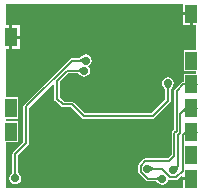
<source format=gbl>
%FSTAX25Y25*%
%MOIN*%
%SFA1B1*%

%IPPOS*%
%ADD25C,0.006000*%
%ADD29R,0.039370X0.059060*%
%ADD30C,0.027560*%
%LNnrf24_pa_lna_rfm69hw-1*%
%LPD*%
G36*
X0150303Y0107407D02*
X0150174Y0107533D01*
X0149922Y0107746*
X01498Y0107832*
X014968Y0107905*
X0149563Y0107965*
X0149447Y0108012*
X0149334Y0108045*
X0149224Y0108065*
X0149115Y0108071*
Y0108671*
X0149224Y0108678*
X0149334Y0108698*
X0149447Y0108731*
X0149563Y0108778*
X014968Y0108838*
X01498Y0108911*
X0149922Y0108997*
X0150047Y0109097*
X0150174Y010921*
X0150303Y0109336*
Y0107407*
G37*
G36*
X0159079Y0130743D02*
X0159075Y0130821D01*
X0159062Y0130882*
X015904Y0130926*
X015901Y0130952*
X015897Y0130961*
X0158922Y0130952*
X0158865Y0130926*
X01588Y0130882*
X0158726Y0130821*
X0158643Y0130743*
Y0131591*
X0158726Y0131678*
X01588Y0131765*
X0158865Y0131851*
X0158922Y0131937*
X015897Y0132022*
X015901Y0132106*
X015904Y013219*
X0159062Y0132274*
X0159075Y0132357*
X0159079Y013244*
Y0130743*
G37*
G36*
Y0139164D02*
X0159073Y0139221D01*
X0159055Y0139272*
X0159024Y0139317*
X0158981Y0139356*
X0158926Y0139389*
X0158859Y0139416*
X0158779Y0139437*
X0158688Y0139452*
X0158584Y0139461*
X0158467Y0139464*
Y0140064*
X0158584Y0140067*
X0158688Y0140076*
X0158779Y0140091*
X0158859Y0140112*
X0158926Y0140139*
X0158981Y0140172*
X0159024Y0140211*
X0159055Y0140256*
X0159073Y0140307*
X0159079Y0140364*
Y0139164*
G37*
G36*
X0158055Y0163886D02*
X0161024D01*
Y0163386*
X0161524*
Y0159433*
X0162598*
Y015119*
X0158455*
Y0144085*
X0162598*
Y0143316*
X0158455*
Y0140713*
X0158451*
X0158379Y0140681*
X015823*
X0157879Y0140612*
X0157581Y0140413*
X0155435Y0138266*
X0155236Y0137969*
X0155166Y0137617*
Y0124621*
X0154666Y0124122*
X0154467Y0123824*
X0154397Y0123473*
Y0116325*
X0153163Y0115091*
X0145571*
X014522Y0115021*
X0144922Y0114822*
X0143439Y0113339*
X014324Y0113041*
X014317Y011269*
Y0110735*
X014324Y0110384*
X0143439Y0110087*
X0145802Y0107723*
X01461Y0107524*
X0146451Y0107454*
X0149013*
X0149075Y0107423*
X0149146Y0107419*
X0149185Y0107412*
X0149234Y0107397*
X0149293Y0107373*
X0149364Y0107338*
X0149443Y0107289*
X0149524Y0107232*
X0149736Y0107052*
X0149849Y0106942*
X014989Y0106926*
X0150515Y0106508*
X0151287Y0106355*
X0152059Y0106508*
X0152713Y0106945*
X015315Y01076*
X0153167Y0107684*
X0153344Y0107812*
X0153734Y010797*
X0153951Y0107926*
X015599*
X0156341Y0107996*
X0156639Y0108195*
X0157593Y010915*
X0158055Y0108959*
Y0108768*
X0161024*
Y0107768*
X0158055*
Y0105118*
X0099213*
Y0120463*
X0103356*
Y0127568*
X0099213*
Y0128337*
X0103356*
Y0135442*
X0099213*
Y0151559*
X0100287*
Y0155512*
Y0159464*
X0099213*
Y0166535*
X0158055*
Y0163886*
G37*
G36*
X0147479Y0112556D02*
X014773Y0112344D01*
X0147852Y0112257*
X0147972Y0112184*
X014809Y0112124*
X0148205Y0112078*
X0148318Y0112045*
X0148429Y0112025*
X0148537Y0112018*
Y0111418*
X0148429Y0111411*
X0148318Y0111391*
X0148205Y0111358*
X014809Y0111312*
X0147972Y0111252*
X0147852Y0111179*
X014773Y0111092*
X0147605Y0110993*
X0147479Y011088*
X014735Y0110754*
Y0112683*
X0147479Y0112556*
G37*
G36*
X0156767Y0112445D02*
X0156695Y0112364D01*
X0156631Y0112272*
X0156575Y0112168*
X0156526Y0112054*
X0156485Y0111928*
X0156452Y0111792*
X0156427Y0111644*
X0156409Y0111486*
X01564Y0111316*
X0156398Y0111136*
X0155034Y01125*
X0155214Y0112502*
X0155542Y0112529*
X015569Y0112555*
X0155826Y0112588*
X0155952Y0112629*
X0156066Y0112677*
X0156169Y0112734*
X0156262Y0112798*
X0156343Y011287*
X0156767Y0112445*
G37*
G36*
X0159079Y0122983D02*
X0159075Y0123061D01*
X0159062Y0123122*
X015904Y0123166*
X015901Y0123192*
X015897Y0123201*
X0158922Y0123192*
X0158865Y0123166*
X01588Y0123122*
X0158726Y0123061*
X0158643Y0122983*
X0158431Y0123619*
X0158554Y0123746*
X0158762Y0123987*
X0158846Y01241*
X0158917Y0124208*
X0158976Y0124312*
X0159021Y0124411*
X0159053Y0124505*
X0159073Y0124595*
X0159079Y012468*
Y0122983*
G37*
%LNnrf24_pa_lna_rfm69hw-2*%
%LPC*%
G36*
X0103756Y0159464D02*
X0101287D01*
Y0156012*
X0103756*
Y0159464*
G37*
G36*
X0160524Y0162886D02*
X0158055D01*
Y0159433*
X0160524*
Y0162886*
G37*
G36*
X0103756Y0155012D02*
X0101287D01*
Y0151559*
X0103756*
Y0155012*
G37*
G36*
X0125794Y014976D02*
X0125022Y0149607D01*
X0124397Y0149189*
X0124355Y0149172*
X0124237Y0149057*
X0124134Y0148965*
X0124038Y0148888*
X012395Y0148826*
X012387Y0148777*
X01238Y0148741*
X012374Y0148717*
X0123691Y0148703*
X0123653Y0148696*
X0123582Y0148692*
X0123519Y0148661*
X0121243*
X0120892Y0148591*
X0120594Y0148392*
X0105271Y0133069*
X0105072Y0132771*
X0105002Y013242*
Y0120543*
X0101615Y0117156*
X0101416Y0116858*
X0101346Y0116507*
Y0110739*
X0101316Y0110676*
X0101311Y0110606*
X0101304Y0110567*
X010129Y0110518*
X0101266Y0110458*
X010123Y0110388*
X0101181Y0110308*
X0101124Y0110227*
X0100945Y0110015*
X0100835Y0109903*
X0100818Y0109862*
X0100401Y0109236*
X0100247Y0108465*
X0100401Y0107693*
X0100838Y0107039*
X0101492Y0106601*
X0102264Y0106448*
X0103035Y0106601*
X010369Y0107039*
X0104127Y0107693*
X010428Y0108465*
X0104127Y0109236*
X0103709Y0109862*
X0103693Y0109903*
X0103577Y0110021*
X0103485Y0110124*
X0103409Y011022*
X0103346Y0110308*
X0103297Y0110388*
X0103262Y0110458*
X0103238Y0110518*
X0103223Y0110567*
X0103216Y0110606*
X0103212Y0110676*
X0103181Y0110739*
Y0116127*
X0106569Y0119514*
X0106767Y0119812*
X0106837Y0120163*
Y013204*
X0114762Y0139965*
X0115224Y0139773*
Y0135039*
X0115294Y0134688*
X0115493Y013439*
X0117447Y0132436*
X0117745Y0132237*
X0118096Y0132167*
X0120938*
X0124507Y0128598*
X0124805Y0128399*
X0125156Y0128329*
X0148046*
X0148397Y0128399*
X0148695Y0128598*
X0153806Y0133709*
X0154005Y0134007*
X0154075Y0134358*
Y013789*
X0154105Y0137953*
X015411Y0138023*
X0154117Y0138062*
X0154131Y0138111*
X0154155Y0138171*
X0154191Y0138241*
X0154239Y0138321*
X0154297Y0138402*
X0154476Y0138614*
X0154586Y0138726*
X0154603Y0138767*
X015502Y0139393*
X0155174Y0140164*
X015502Y0140936*
X0154583Y014159*
X0153929Y0142027*
X0153157Y0142181*
X0152385Y0142027*
X0151731Y014159*
X0151294Y0140936*
X015114Y0140164*
X0151294Y0139393*
X0151712Y0138767*
X0151728Y0138726*
X0151844Y0138608*
X0151936Y0138505*
X0152012Y0138409*
X0152075Y0138321*
X0152123Y0138241*
X0152159Y0138171*
X0152183Y0138111*
X0152198Y0138062*
X0152205Y0138023*
X0152209Y0137953*
X015224Y013789*
Y0134738*
X0147666Y0130164*
X0125536*
X0121966Y0133734*
X0121669Y0133933*
X0121318Y0134003*
X0118476*
X0117059Y0135419*
Y0140565*
X0119954Y0143459*
X0122923*
X0122985Y0143428*
X0123056Y0143424*
X0123095Y0143417*
X0123144Y0143403*
X0123203Y0143379*
X0123274Y0143343*
X0123353Y0143294*
X0123434Y0143237*
X0123646Y0143058*
X0123759Y0142948*
X01238Y0142931*
X0124425Y0142513*
X0125197Y014236*
X0125969Y0142513*
X0126623Y0142951*
X012706Y0143605*
X0127214Y0144377*
X012706Y0145148*
X0126623Y0145803*
X0126953Y014614*
X012722Y0146317*
X0127657Y0146972*
X012781Y0147743*
X0127657Y0148515*
X012722Y014917*
X0126565Y0149607*
X0125794Y014976*
G37*
%LNnrf24_pa_lna_rfm69hw-3*%
%LPD*%
G36*
X010257Y0110528D02*
X010259Y0110417D01*
X0102624Y0110304*
X010267Y0110189*
X010273Y0110071*
X0102803Y0109951*
X0102889Y0109829*
X0102989Y0109705*
X0103102Y0109578*
X0103228Y0109449*
X0101299*
X0101426Y0109578*
X0101638Y0109829*
X0101725Y0109951*
X0101798Y0110071*
X0101857Y0110189*
X0101904Y0110304*
X0101937Y0110417*
X0101957Y0110528*
X0101964Y0110636*
X0102564*
X010257Y0110528*
G37*
G36*
X012481Y0146779D02*
X012468Y0146905D01*
X0124429Y0147118*
X0124307Y0147204*
X0124187Y0147277*
X0124069Y0147337*
X0123954Y0147384*
X0123841Y0147417*
X012373Y0147437*
X0123622Y0147443*
Y0148043*
X012373Y014805*
X0123841Y014807*
X0123954Y0148103*
X0124069Y014815*
X0124187Y014821*
X0124307Y0148283*
X0124429Y0148369*
X0124554Y0148469*
X012468Y0148582*
X012481Y0148708*
Y0146779*
G37*
G36*
X0124213Y0143412D02*
X0124084Y0143538D01*
X0123832Y0143751*
X012371Y0143837*
X012359Y0143911*
X0123473Y014397*
X0123357Y0144017*
X0123244Y014405*
X0123134Y014407*
X0123025Y0144077*
Y0144677*
X0123134Y0144683*
X0123244Y0144703*
X0123357Y0144736*
X0123473Y0144783*
X012359Y0144843*
X012371Y0144916*
X0123832Y0145002*
X0123957Y0145102*
X0124084Y0145215*
X0124213Y0145341*
Y0143412*
G37*
G36*
X0153995Y0139051D02*
X0153783Y01388D01*
X0153696Y0138678*
X0153623Y0138558*
X0153563Y013844*
X0153517Y0138325*
X0153484Y0138212*
X0153464Y0138101*
X0153457Y0137993*
X0152857*
X015285Y0138101*
X0152831Y0138212*
X0152797Y0138325*
X0152751Y013844*
X0152691Y0138558*
X0152618Y0138678*
X0152531Y01388*
X0152432Y0138924*
X0152319Y0139051*
X0152192Y013918*
X0154122*
X0153995Y0139051*
G37*
G54D25*
X0125197Y0144377D02*
X0125367D01*
X0119573D02*
X0125197D01*
X0125367D02*
X0125492Y0144501D01*
X0159366Y013189D02*
X0162795D01*
X0157283Y0129807D02*
X0159366Y013189D01*
X0102264Y0116507D02*
X010592Y0120163D01*
X0102264Y0108465D02*
Y0116507D01*
X0153157Y0134358D02*
Y0140164D01*
X0159252Y0124016D02*
X0162795D01*
X0150893Y0107486D02*
X0150992Y0107387D01*
X0151676Y0108071*
X0153951Y0108844D02*
X015599D01*
X0153656Y0109139D02*
X0153951Y0108844D01*
X0150893Y0107486D02*
Y0107978D01*
X0151287Y0108371*
X0146451D02*
X0151287D01*
X0151162Y0111718D02*
X0153656Y0109224D01*
Y0109139D02*
Y0109224D01*
X0146365Y0111718D02*
X0151162D01*
X0144087Y0110735D02*
X0146451Y0108371D01*
X0157283Y0123744D02*
Y0129807D01*
X0144087Y0110735D02*
Y011269D01*
X0145571Y0114173*
X0153543*
X0121318Y0133085D02*
X0125156Y0129246D01*
X0116142Y0135039D02*
X0118096Y0133085D01*
X0121318*
X0148046Y0129246D02*
X0153157Y0134358D01*
X0125156Y0129246D02*
X0148046D01*
X0156084Y0124241D02*
Y0137617D01*
X015823Y0139764*
X0162795*
X015599Y0108844D02*
X0158071Y0110925D01*
Y0122835*
X0159252Y0124016*
X0153543Y0114173D02*
X0155315Y0115945D01*
Y0123473*
X0156084Y0124241*
X015502Y0111122D02*
X0156595Y0112697D01*
Y0123055*
X0157283Y0123744*
X0116142Y0135039D02*
Y0140945D01*
X0119573Y0144377*
X010592Y0120163D02*
Y013242D01*
X0121243Y0147743*
X0125794*
G54D29*
X0100787Y0155512D03*
Y013189D03*
Y0124016D03*
X0161024Y0108268D03*
Y0116142D03*
Y0124016D03*
Y013189D03*
Y0139764D03*
Y0147638D03*
Y0163386D03*
G54D30*
X0125984Y0137008D03*
X0125197Y0144377D03*
X0136221Y0126969D03*
X0109843Y013189D03*
X0120374Y0130807D03*
X0127854Y0119291D03*
X0127953Y0123622D03*
X0131693Y0123721D03*
X0121161Y0112598D03*
X0142126Y0116831D03*
X0125794Y0147743D03*
X0102264Y0108465D03*
X0153157Y0140164D03*
X0146365Y0111718D03*
X015502Y0111122D03*
X0151921Y0127076D03*
X0151287Y0108371D03*
X0125984Y0165157D03*
X0129134D03*
X0132283D03*
X0135433D03*
X0138583D03*
X0141732D03*
X0144882D03*
X0113386Y0164961D03*
X0112205Y0162303D03*
Y0159449D03*
X0109843Y015748D03*
Y0154331D03*
X0122835Y0164961D03*
X0119685D03*
X0116535D03*
X0124409Y0159252D03*
Y0156102D03*
Y0152953D03*
X0128347Y0150295D03*
X0131496Y0150394D03*
X0134646D03*
X0137795D03*
X0140945D03*
X0144095D03*
X0147244D03*
X0144095Y0153543D03*
X0147244D03*
X012126Y0156299D03*
X0137795Y0142913D03*
X0149213Y014685D03*
X0155512D03*
X0152362D03*
Y0159449D03*
Y0156299D03*
X0125984Y0133465D03*
X0122835Y0137008D03*
X0119685D03*
X0142126Y013189D03*
X0144882Y013937D03*
Y0135827D03*
X0100787Y0140157D03*
X0114665Y0149016D03*
X0117815Y0149114D03*
X0114665Y0145965D03*
X0108661Y0106595D03*
X0125886Y0106496D03*
X0116634D03*
X0110236Y011437D03*
X010748Y0140551D03*
X0110236D03*
X0114173Y013189D03*
M02*
</source>
